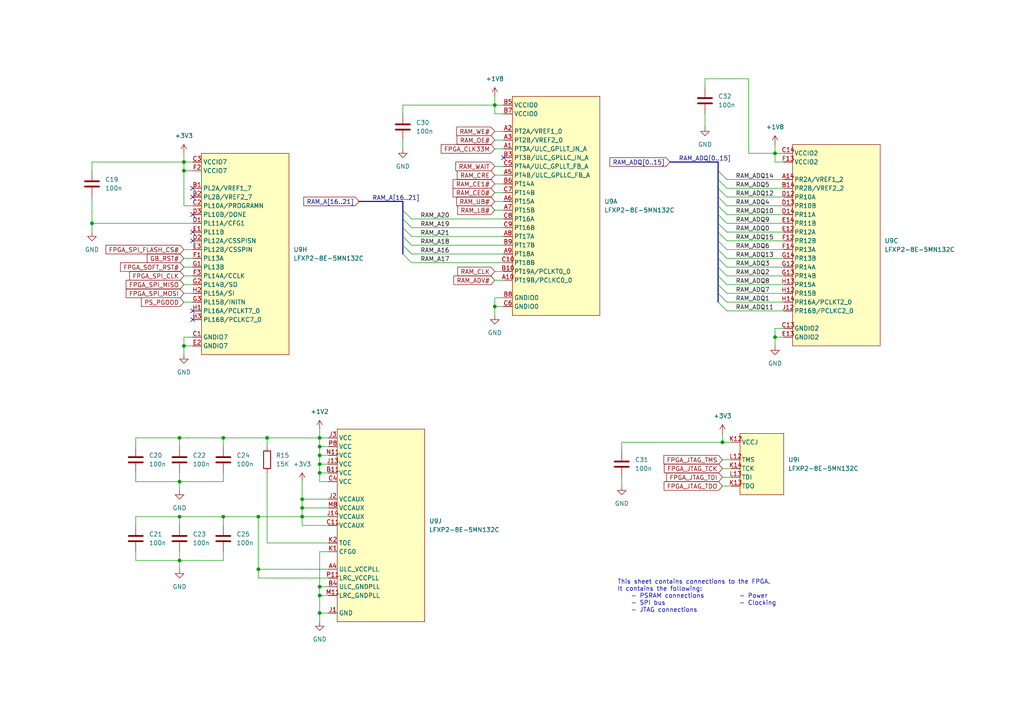
<source format=kicad_sch>
(kicad_sch (version 20211123) (generator eeschema)
  (paper "A4")
  (title_block (title "FPGA connections 0") (company "© Elijah Almeida Coimbra"))
  (lib_symbols
    (symbol "Device:C" (pin_numbers hide) (pin_names (offset 0.254))
      (property "Reference" "C" (at 0.635 2.54 0))
      (property "Value" "C" (at 0.635 -2.54 0))
      (symbol "C_0_1"
        (polyline (pts (xy -2.032 -0.762) (xy 2.032 -0.762)) (stroke (width 0.508)))
        (polyline (pts (xy -2.032 0.762) (xy 2.032 0.762)) (stroke (width 0.508)))
      )
      (symbol "C_1_1"
        (pin passive line (at 0 3.81 270) (length 2.794) (name "~") (number "1"))
        (pin passive line (at 0 -3.81 90) (length 2.794) (name "~") (number "2"))
      )
    )
    (symbol "Device:R" (pin_numbers hide) (pin_names (offset 0))
      (property "Reference" "R" (at 2.032 0 90))
      (property "Value" "R" (at 0 0 90))
      (symbol "R_0_1"
        (rectangle (start -1.016 -2.54) (end 1.016 2.54) (stroke (width 0.254)))
      )
      (symbol "R_1_1"
        (pin passive line (at 0 3.81 270) (length 1.27) (name "~") (number "1"))
        (pin passive line (at 0 -3.81 90) (length 1.27) (name "~") (number "2"))
      )
    )
    (symbol "FPGA_Lattice:LFXP2-8E-5MN132C"
      (property "Reference" "U?" (at 12.7 3.81 0))
      (property "Value" "LFXP2-8E-5MN132C" (at 11.43 1.27 0))
      (symbol "LFXP2-8E-5MN132C_1_1"
        (rectangle (start 0 0) (end 25.4 -63.5) (fill (type background)))
        (pin bidirectional line (at -2.54 -15.24 0) (length 2.54) (name "PT3A/ULC_GPLLT_IN_A") (number "A1"))
        (pin bidirectional line (at -2.54 -53.34 0) (length 2.54) (name "PT19B/PCLKC0_0") (number "A10"))
        (pin bidirectional line (at -2.54 -10.16 0) (length 2.54) (name "PT2A/VREF1_0") (number "A2"))
        (pin bidirectional line (at -2.54 -12.7 0) (length 2.54) (name "PT2B/VREF2_0") (number "A3"))
        (pin bidirectional line (at -2.54 -22.86 0) (length 2.54) (name "PT4B/ULC_GPLLC_FB_A") (number "A5"))
        (pin bidirectional line (at -2.54 -30.48 0) (length 2.54) (name "PT15A") (number "A6"))
        (pin bidirectional line (at -2.54 -33.02 0) (length 2.54) (name "PT15B") (number "A7"))
        (pin bidirectional line (at -2.54 -40.64 0) (length 2.54) (name "PT17A") (number "A8"))
        (pin bidirectional line (at -2.54 -45.72 0) (length 2.54) (name "PT18A") (number "A9"))
        (pin bidirectional line (at -2.54 -50.8 0) (length 2.54) (name "PT19A/PCLKT0_0") (number "B10"))
        (pin bidirectional line (at -2.54 -17.78 0) (length 2.54) (name "PT3B/ULC_GPLLC_IN_A") (number "B3"))
        (pin power_in line (at -2.54 -2.54 0) (length 2.54) (name "VCCIO0") (number "B5"))
        (pin bidirectional line (at -2.54 -25.4 0) (length 2.54) (name "PT14A") (number "B6"))
        (pin power_in line (at -2.54 -5.08 0) (length 2.54) (name "VCCIO0") (number "B7"))
        (pin power_in line (at -2.54 -58.42 0) (length 2.54) (name "GNDIO0") (number "B8"))
        (pin bidirectional line (at -2.54 -43.18 0) (length 2.54) (name "PT17B") (number "B9"))
        (pin bidirectional line (at -2.54 -48.26 0) (length 2.54) (name "PT18B") (number "C10"))
        (pin bidirectional line (at -2.54 -20.32 0) (length 2.54) (name "PT4A/ULC_GPLLT_FB_A") (number "C5"))
        (pin power_in line (at -2.54 -60.96 0) (length 2.54) (name "GNDIO0") (number "C6"))
        (pin bidirectional line (at -2.54 -27.94 0) (length 2.54) (name "PT14B") (number "C7"))
        (pin bidirectional line (at -2.54 -35.56 0) (length 2.54) (name "PT16A") (number "C8"))
        (pin bidirectional line (at -2.54 -38.1 0) (length 2.54) (name "PT16B") (number "C9"))
      )
      (symbol "LFXP2-8E-5MN132C_2_1"
        (rectangle (start 0 0) (end 25.4 -22.86) (fill (type background)))
        (pin bidirectional line (at -2.54 -7.62 0) (length 2.54) (name "PT20A") (number "A11"))
        (pin power_in line (at -2.54 -2.54 0) (length 2.54) (name "VCCIO1") (number "A12"))
        (pin bidirectional line (at -2.54 -15.24 0) (length 2.54) (name "PT32B/VREF2_1") (number "A13"))
        (pin bidirectional line (at -2.54 -10.16 0) (length 2.54) (name "PT20B") (number "B12"))
        (pin bidirectional line (at -2.54 -12.7 0) (length 2.54) (name "PT32A/VREF1_1") (number "B13"))
        (pin power_in line (at -2.54 -20.32 0) (length 2.54) (name "GNDIO1") (number "C12"))
      )
      (symbol "LFXP2-8E-5MN132C_3_1"
        (rectangle (start 0 0) (end 25.4 -58.42) (fill (type background)))
        (pin bidirectional line (at -2.54 -10.16 0) (length 2.54) (name "PR2A/VREF1_2") (number "A14"))
        (pin bidirectional line (at -2.54 -12.7 0) (length 2.54) (name "PR2B/VREF2_2") (number "B14"))
        (pin power_in line (at -2.54 -53.34 0) (length 2.54) (name "GNDIO2") (number "C13"))
        (pin power_in line (at -2.54 -2.54 0) (length 2.54) (name "VCCIO2") (number "C14"))
        (pin bidirectional line (at -2.54 -15.24 0) (length 2.54) (name "PR10A") (number "D12"))
        (pin bidirectional line (at -2.54 -17.78 0) (length 2.54) (name "PR10B") (number "D13"))
        (pin bidirectional line (at -2.54 -20.32 0) (length 2.54) (name "PR11A") (number "D14"))
        (pin bidirectional line (at -2.54 -25.4 0) (length 2.54) (name "PR12A") (number "E12"))
        (pin power_in line (at -2.54 -55.88 0) (length 2.54) (name "GNDIO2") (number "E13"))
        (pin bidirectional line (at -2.54 -22.86 0) (length 2.54) (name "PR11B") (number "E14"))
        (pin bidirectional line (at -2.54 -27.94 0) (length 2.54) (name "PR12B") (number "F12"))
        (pin power_in line (at -2.54 -5.08 0) (length 2.54) (name "VCCIO2") (number "F13"))
        (pin bidirectional line (at -2.54 -30.48 0) (length 2.54) (name "PR13A") (number "F14"))
        (pin bidirectional line (at -2.54 -35.56 0) (length 2.54) (name "PR14A") (number "G12"))
        (pin bidirectional line (at -2.54 -38.1 0) (length 2.54) (name "PR14B") (number "G13"))
        (pin bidirectional line (at -2.54 -33.02 0) (length 2.54) (name "PR13B") (number "G14"))
        (pin bidirectional line (at -2.54 -43.18 0) (length 2.54) (name "PR15B") (number "H12"))
        (pin bidirectional line (at -2.54 -40.64 0) (length 2.54) (name "PR15A") (number "H13"))
        (pin bidirectional line (at -2.54 -45.72 0) (length 2.54) (name "PR16A/PCLKT2_0") (number "H14"))
        (pin bidirectional line (at -2.54 -48.26 0) (length 2.54) (name "PR16B/PCLKC2_0") (number "J12"))
      )
      (symbol "LFXP2-8E-5MN132C_4_1"
        (rectangle (start 0 0) (end 25.4 -22.86) (fill (type background)))
        (pin bidirectional line (at -2.54 -10.16 0) (length 2.54) (name "PR18A/PCLKT3_0") (number "L14"))
        (pin power_in line (at -2.54 -2.54 0) (length 2.54) (name "VCCIO3") (number "M12"))
        (pin bidirectional line (at -2.54 -7.62 0) (length 2.54) (name "PR18B/PCLKC3_0") (number "M13"))
        (pin power_in line (at -2.54 -20.32 0) (length 2.54) (name "GNDIO3") (number "M14"))
        (pin bidirectional line (at -2.54 -15.24 0) (length 2.54) (name "PR30B/VREF2_3") (number "N13"))
        (pin bidirectional line (at -2.54 -12.7 0) (length 2.54) (name "PR30A/VREF1_3") (number "N14"))
      )
      (symbol "LFXP2-8E-5MN132C_5_1"
        (rectangle (start 0 0) (end 25.4 -33.02) (fill (type background)))
        (pin bidirectional line (at -2.54 -15.24 0) (length 2.54) (name "PB30B/LRC_GPLLC_IN_A") (number "M10"))
        (pin power_in line (at -2.54 -2.54 0) (length 2.54) (name "VCCIO4") (number "M9"))
        (pin power_in line (at -2.54 -30.48 0) (length 2.54) (name "GNDIO4") (number "N10"))
        (pin bidirectional line (at -2.54 -22.86 0) (length 2.54) (name "PB32A/VREF1_4") (number "N12"))
        (pin bidirectional line (at -2.54 -10.16 0) (length 2.54) (name "PB20B/PCLKC4_0") (number "N9"))
        (pin bidirectional line (at -2.54 -12.7 0) (length 2.54) (name "PB30A/LRC_GPLLT_IN_A") (number "P10"))
        (pin bidirectional line (at -2.54 -17.78 0) (length 2.54) (name "PB31A/LRC_GPLLT_FB_A") (number "P12"))
        (pin bidirectional line (at -2.54 -20.32 0) (length 2.54) (name "PB31B/LRC_GPLLC_FB_A") (number "P13"))
        (pin bidirectional line (at -2.54 -25.4 0) (length 2.54) (name "PB32B/VREF2_4") (number "P14"))
        (pin bidirectional line (at -2.54 -7.62 0) (length 2.54) (name "PB20A/PCLKT4_0") (number "P9"))
      )
      (symbol "LFXP2-8E-5MN132C_6_1"
        (rectangle (start 0 0) (end 25.4 -53.34) (fill (type background)))
        (pin power_in line (at -2.54 -2.54 0) (length 2.54) (name "VCCIO5") (number "M3"))
        (pin bidirectional line (at -2.54 -22.86 0) (length 2.54) (name "PB15B") (number "M4"))
        (pin bidirectional line (at -2.54 -27.94 0) (length 2.54) (name "PB16B") (number "M5"))
        (pin bidirectional line (at -2.54 -33.02 0) (length 2.54) (name "PB17B") (number "M6"))
        (pin bidirectional line (at -2.54 -38.1 0) (length 2.54) (name "PB18B") (number "M7"))
        (pin bidirectional line (at -2.54 -12.7 0) (length 2.54) (name "PB2B/VREF2_5") (number "N2"))
        (pin bidirectional line (at -2.54 -20.32 0) (length 2.54) (name "PB15A") (number "N3"))
        (pin bidirectional line (at -2.54 -17.78 0) (length 2.54) (name "PB14B") (number "N4"))
        (pin power_in line (at -2.54 -5.08 0) (length 2.54) (name "VCCIO5") (number "N5"))
        (pin power_in line (at -2.54 -50.8 0) (length 2.54) (name "GNDIO5") (number "N6"))
        (pin bidirectional line (at -2.54 -40.64 0) (length 2.54) (name "PB19A/PCLKT5_0") (number "N7"))
        (pin bidirectional line (at -2.54 -43.18 0) (length 2.54) (name "PB19B/PCLKC5_0") (number "N8"))
        (pin bidirectional line (at -2.54 -10.16 0) (length 2.54) (name "PB2A/VREF1_5") (number "P2"))
        (pin power_in line (at -2.54 -48.26 0) (length 2.54) (name "GNDIO5") (number "P3"))
        (pin bidirectional line (at -2.54 -15.24 0) (length 2.54) (name "PB14A") (number "P4"))
        (pin bidirectional line (at -2.54 -25.4 0) (length 2.54) (name "PB16A") (number "P5"))
        (pin bidirectional line (at -2.54 -30.48 0) (length 2.54) (name "PB17A") (number "P6"))
        (pin bidirectional line (at -2.54 -35.56 0) (length 2.54) (name "PB18A") (number "P7"))
      )
      (symbol "LFXP2-8E-5MN132C_7_1"
        (rectangle (start 0 0) (end 25.4 -27.94) (fill (type background)))
        (pin bidirectional line (at -2.54 -12.7 0) (length 2.54) (name "PL19A") (number "K3"))
        (pin bidirectional line (at -2.54 -7.62 0) (length 2.54) (name "PL18A/PCLKT6_0") (number "L1"))
        (pin bidirectional line (at -2.54 -15.24 0) (length 2.54) (name "PL19B") (number "L2"))
        (pin bidirectional line (at -2.54 -10.16 0) (length 2.54) (name "PL18B/PCLKC6_0") (number "L3"))
        (pin power_in line (at -2.54 -2.54 0) (length 2.54) (name "VCCIO6") (number "M1"))
        (pin power_in line (at -2.54 -25.4 0) (length 2.54) (name "GNDIO6") (number "M2"))
        (pin bidirectional line (at -2.54 -17.78 0) (length 2.54) (name "PL32A/VREF1_6") (number "N1"))
        (pin bidirectional line (at -2.54 -20.32 0) (length 2.54) (name "PL32B/VREF2_6") (number "P1"))
      )
      (symbol "LFXP2-8E-5MN132C_8_1"
        (rectangle (start 0 0) (end 25.4 -58.42) (fill (type background)))
        (pin bidirectional line (at -2.54 -10.16 0) (length 2.54) (name "PL2A/VREF1_7") (number "B1"))
        (pin bidirectional line (at -2.54 -12.7 0) (length 2.54) (name "PL2B/VREF2_7") (number "B2"))
        (pin power_in line (at -2.54 -53.34 0) (length 2.54) (name "GNDIO7") (number "C1"))
        (pin bidirectional line (at -2.54 -15.24 0) (length 2.54) (name "PL10A/PROGRAMN") (number "C2"))
        (pin power_in line (at -2.54 -2.54 0) (length 2.54) (name "VCCIO7") (number "C3"))
        (pin bidirectional line (at -2.54 -20.32 0) (length 2.54) (name "PL11A/CFG1") (number "D1"))
        (pin bidirectional line (at -2.54 -25.4 0) (length 2.54) (name "PL12A/CSSPISN") (number "D2"))
        (pin bidirectional line (at -2.54 -17.78 0) (length 2.54) (name "PL10B/DONE") (number "D3"))
        (pin bidirectional line (at -2.54 -22.86 0) (length 2.54) (name "PL11B") (number "E1"))
        (pin power_in line (at -2.54 -55.88 0) (length 2.54) (name "GNDIO7") (number "E2"))
        (pin bidirectional line (at -2.54 -27.94 0) (length 2.54) (name "PL12B/CSSPIN") (number "E3"))
        (pin bidirectional line (at -2.54 -30.48 0) (length 2.54) (name "PL13A") (number "F1"))
        (pin power_in line (at -2.54 -5.08 0) (length 2.54) (name "VCCIO7") (number "F2"))
        (pin bidirectional line (at -2.54 -35.56 0) (length 2.54) (name "PL14A/CCLK") (number "F3"))
        (pin bidirectional line (at -2.54 -33.02 0) (length 2.54) (name "PL13B") (number "G1"))
        (pin bidirectional line (at -2.54 -38.1 0) (length 2.54) (name "PL14B/SO") (number "G2"))
        (pin bidirectional line (at -2.54 -43.18 0) (length 2.54) (name "PL15B/INITN") (number "G3"))
        (pin bidirectional line (at -2.54 -45.72 0) (length 2.54) (name "PL16A/PCLKT7_0") (number "H1"))
        (pin bidirectional line (at -2.54 -40.64 0) (length 2.54) (name "PL15A/SI") (number "H2"))
        (pin bidirectional line (at -2.54 -48.26 0) (length 2.54) (name "PL16B/PCLKC7_0") (number "H3"))
      )
      (symbol "LFXP2-8E-5MN132C_9_1"
        (rectangle (start 0 0) (end 12.7 -17.78) (fill (type background)))
        (pin bidirectional line (at -2.54 -2.54 0) (length 2.54) (name "VCCJ") (number "K12"))
        (pin bidirectional line (at -2.54 -15.24 0) (length 2.54) (name "TDO") (number "K13"))
        (pin bidirectional line (at -2.54 -10.16 0) (length 2.54) (name "TCK") (number "K14"))
        (pin bidirectional line (at -2.54 -7.62 0) (length 2.54) (name "TMS") (number "L12"))
        (pin bidirectional line (at -2.54 -12.7 0) (length 2.54) (name "TDI") (number "L13"))
      )
      (symbol "LFXP2-8E-5MN132C_10_1"
        (rectangle (start 0 0) (end 25.4 -55.88) (fill (type background)))
        (pin power_in line (at -2.54 -40.64 0) (length 2.54) (name "ULC_VCCPLL") (number "A4"))
        (pin power_in line (at -2.54 -12.7 0) (length 2.54) (name "VCC") (number "B11"))
        (pin power_in line (at -2.54 -45.72 0) (length 2.54) (name "ULC_GNDPLL") (number "B4"))
        (pin power_in line (at -2.54 -27.94 0) (length 2.54) (name "VCCAUX") (number "C11"))
        (pin power_in line (at -2.54 -15.24 0) (length 2.54) (name "VCC") (number "C4"))
        (pin power_in line (at -2.54 -53.34 0) (length 2.54) (name "GND") (number "J1"))
        (pin power_in line (at -2.54 -10.16 0) (length 2.54) (name "VCC") (number "J13"))
        (pin power_in line (at -2.54 -25.4 0) (length 2.54) (name "VCCAUX") (number "J14"))
        (pin power_in line (at -2.54 -20.32 0) (length 2.54) (name "VCCAUX") (number "J2"))
        (pin power_in line (at -2.54 -2.54 0) (length 2.54) (name "VCC") (number "J3"))
        (pin input line (at -2.54 -35.56 0) (length 2.54) (name "CFG0") (number "K1"))
        (pin input line (at -2.54 -33.02 0) (length 2.54) (name "TOE") (number "K2"))
        (pin power_in line (at -2.54 -48.26 0) (length 2.54) (name "LRC_GNDPLL") (number "M11"))
        (pin power_in line (at -2.54 -22.86 0) (length 2.54) (name "VCCAUX") (number "M8"))
        (pin power_in line (at -2.54 -7.62 0) (length 2.54) (name "VCC") (number "N11"))
        (pin power_in line (at -2.54 -43.18 0) (length 2.54) (name "LRC_VCCPLL") (number "P11"))
        (pin power_in line (at -2.54 -5.08 0) (length 2.54) (name "VCC") (number "P8"))
      )
    )
    (symbol "power:+1V2" (power) (pin_names (offset 0))
      (property "Value" "+1V2" (at 0 3.556 0))
      (symbol "+1V2_0_1"
        (polyline (pts (xy -0.762 1.27) (xy 0 2.54)))
        (polyline (pts (xy 0 0) (xy 0 2.54)))
        (polyline (pts (xy 0 2.54) (xy 0.762 1.27)))
      )
      (symbol "+1V2_1_1"
        (pin power_in line (at 0 0 90) (length 0) hide (name "+1V2") (number "1"))
      )
    )
    (symbol "power:+1V8" (power) (pin_names (offset 0))
      (property "Value" "+1V8" (at 0 3.556 0))
      (symbol "+1V8_0_1"
        (polyline (pts (xy -0.762 1.27) (xy 0 2.54)))
        (polyline (pts (xy 0 0) (xy 0 2.54)))
        (polyline (pts (xy 0 2.54) (xy 0.762 1.27)))
      )
      (symbol "+1V8_1_1"
        (pin power_in line (at 0 0 90) (length 0) hide (name "+1V8") (number "1"))
      )
    )
    (symbol "power:+3V3" (power) (pin_names (offset 0))
      (property "Value" "+3V3" (at 0 3.556 0))
      (symbol "+3V3_0_1"
        (polyline (pts (xy -0.762 1.27) (xy 0 2.54)))
        (polyline (pts (xy 0 0) (xy 0 2.54)))
        (polyline (pts (xy 0 2.54) (xy 0.762 1.27)))
      )
      (symbol "+3V3_1_1"
        (pin power_in line (at 0 0 90) (length 0) hide (name "+3V3") (number "1"))
      )
    )
    (symbol "power:GND" (power) (pin_names (offset 0))
      (property "Value" "GND" (at 0 -3.81 0))
      (symbol "GND_0_1"
        (polyline (pts (xy 0 0) (xy 0 -1.27) (xy 1.27 -1.27) (xy 0 -2.54) (xy -1.27 -1.27) (xy 0 -1.27)))
      )
      (symbol "GND_1_1"
        (pin power_in line (at 0 0 270) (length 0) hide (name "GND") (number "1"))
      )
    )
  )
  (junction (at 209.55 128.27))
  (junction (at 53.34 100.33))
  (junction (at 224.79 44.45))
  (junction (at 52.07 127))
  (junction (at 26.67 64.77))
  (junction (at 87.63 147.32))
  (junction (at 52.07 139.7))
  (junction (at 53.34 46.99))
  (junction (at 92.71 129.54))
  (junction (at 92.71 134.62))
  (junction (at 74.93 149.86))
  (junction (at 77.47 127))
  (junction (at 92.71 137.16))
  (junction (at 92.71 127))
  (junction (at 52.07 162.56))
  (junction (at 87.63 149.86))
  (junction (at 74.93 165.1))
  (junction (at 64.77 127))
  (junction (at 92.71 177.8))
  (junction (at 224.79 97.79))
  (junction (at 92.71 170.18))
  (junction (at 143.51 30.48))
  (junction (at 143.51 88.9))
  (junction (at 64.77 149.86))
  (junction (at 87.63 144.78))
  (junction (at 92.71 132.08))
  (junction (at 53.34 49.53))
  (junction (at 52.07 149.86))
  (junction (at 92.71 172.72))
  (no_connect (at 146.05 45.72))
  (no_connect (at 55.88 54.61))
  (no_connect (at 55.88 57.15))
  (no_connect (at 55.88 62.23))
  (no_connect (at 55.88 69.85))
  (no_connect (at 55.88 67.31))
  (no_connect (at 55.88 92.71))
  (no_connect (at 55.88 90.17))
  (bus_entry (at 208.28 77.47) (size 2.54 2.54))
  (bus_entry (at 208.28 74.93) (size 2.54 2.54))
  (bus_entry (at 208.28 80.01) (size 2.54 2.54))
  (bus_entry (at 208.28 57.15) (size 2.54 2.54))
  (bus_entry (at 208.28 62.23) (size 2.54 2.54))
  (bus_entry (at 208.28 82.55) (size 2.54 2.54))
  (bus_entry (at 208.28 64.77) (size 2.54 2.54))
  (bus_entry (at 208.28 67.31) (size 2.54 2.54))
  (bus_entry (at 208.28 54.61) (size 2.54 2.54))
  (bus_entry (at 208.28 59.69) (size 2.54 2.54))
  (bus_entry (at 208.28 52.07) (size 2.54 2.54))
  (bus_entry (at 208.28 49.53) (size 2.54 2.54))
  (bus_entry (at 208.28 72.39) (size 2.54 2.54))
  (bus_entry (at 208.28 69.85) (size 2.54 2.54))
  (bus_entry (at 208.28 85.09) (size 2.54 2.54))
  (bus_entry (at 116.84 60.96) (size 2.54 2.54))
  (bus_entry (at 116.84 63.5) (size 2.54 2.54))
  (bus_entry (at 116.84 66.04) (size 2.54 2.54))
  (bus_entry (at 116.84 73.66) (size 2.54 2.54))
  (bus_entry (at 116.84 71.12) (size 2.54 2.54))
  (bus_entry (at 116.84 68.58) (size 2.54 2.54))
  (bus_entry (at 208.28 87.63) (size 2.54 2.54))
  (bus (pts (xy 208.28 74.93) (xy 208.28 72.39)))
  (wire (pts (xy 53.34 74.93) (xy 55.88 74.93)))
  (wire (pts (xy 26.67 46.99) (xy 53.34 46.99)))
  (wire (pts (xy 52.07 139.7) (xy 52.07 142.24)))
  (wire (pts (xy 87.63 149.86) (xy 87.63 147.32)))
  (wire (pts (xy 92.71 170.18) (xy 95.25 170.18)))
  (bus (pts (xy 208.28 69.85) (xy 208.28 67.31)))
  (wire (pts (xy 53.34 100.33) (xy 55.88 100.33)))
  (bus (pts (xy 208.28 85.09) (xy 208.28 87.63)))
  (wire (pts (xy 52.07 162.56) (xy 52.07 165.1)))
  (wire (pts (xy 39.37 127) (xy 52.07 127)))
  (wire (pts (xy 92.71 137.16) (xy 95.25 137.16)))
  (bus (pts (xy 208.28 77.47) (xy 208.28 74.93)))
  (bus (pts (xy 116.84 66.04) (xy 116.84 63.5)))
  (wire (pts (xy 210.82 77.47) (xy 227.33 77.47)))
  (wire (pts (xy 52.07 137.16) (xy 52.07 139.7)))
  (wire (pts (xy 87.63 147.32) (xy 95.25 147.32)))
  (wire (pts (xy 55.88 59.69) (xy 53.34 59.69)))
  (wire (pts (xy 116.84 33.02) (xy 116.84 30.48)))
  (wire (pts (xy 74.93 165.1) (xy 95.25 165.1)))
  (wire (pts (xy 143.51 86.36) (xy 143.51 88.9)))
  (wire (pts (xy 53.34 77.47) (xy 55.88 77.47)))
  (wire (pts (xy 217.17 22.86) (xy 217.17 44.45)))
  (wire (pts (xy 92.71 170.18) (xy 92.71 172.72)))
  (wire (pts (xy 39.37 129.54) (xy 39.37 127)))
  (wire (pts (xy 92.71 139.7) (xy 92.71 137.16)))
  (wire (pts (xy 210.82 64.77) (xy 227.33 64.77)))
  (wire (pts (xy 209.55 140.97) (xy 212.09 140.97)))
  (wire (pts (xy 52.07 152.4) (xy 52.07 149.86)))
  (wire (pts (xy 143.51 48.26) (xy 146.05 48.26)))
  (wire (pts (xy 92.71 134.62) (xy 92.71 132.08)))
  (wire (pts (xy 95.25 152.4) (xy 87.63 152.4)))
  (wire (pts (xy 210.82 54.61) (xy 227.33 54.61)))
  (wire (pts (xy 224.79 44.45) (xy 227.33 44.45)))
  (wire (pts (xy 146.05 33.02) (xy 143.51 33.02)))
  (bus (pts (xy 116.84 68.58) (xy 116.84 66.04)))
  (wire (pts (xy 92.71 137.16) (xy 92.71 134.62)))
  (wire (pts (xy 92.71 132.08) (xy 92.71 129.54)))
  (wire (pts (xy 119.38 66.04) (xy 146.05 66.04)))
  (wire (pts (xy 53.34 49.53) (xy 53.34 46.99)))
  (wire (pts (xy 224.79 97.79) (xy 224.79 100.33)))
  (bus (pts (xy 208.28 62.23) (xy 208.28 59.69)))
  (wire (pts (xy 55.88 49.53) (xy 53.34 49.53)))
  (wire (pts (xy 52.07 149.86) (xy 64.77 149.86)))
  (wire (pts (xy 143.51 60.96) (xy 146.05 60.96)))
  (wire (pts (xy 116.84 30.48) (xy 143.51 30.48)))
  (wire (pts (xy 87.63 144.78) (xy 95.25 144.78)))
  (bus (pts (xy 208.28 57.15) (xy 208.28 54.61)))
  (wire (pts (xy 64.77 127) (xy 77.47 127)))
  (wire (pts (xy 53.34 59.69) (xy 53.34 49.53)))
  (wire (pts (xy 204.47 22.86) (xy 217.17 22.86)))
  (wire (pts (xy 95.25 139.7) (xy 92.71 139.7)))
  (wire (pts (xy 53.34 97.79) (xy 53.34 100.33)))
  (wire (pts (xy 224.79 44.45) (xy 224.79 41.91)))
  (wire (pts (xy 143.51 50.8) (xy 146.05 50.8)))
  (bus (pts (xy 208.28 80.01) (xy 208.28 77.47)))
  (bus (pts (xy 116.84 58.42) (xy 104.14 58.42)))
  (wire (pts (xy 119.38 71.12) (xy 146.05 71.12)))
  (bus (pts (xy 208.28 46.99) (xy 194.31 46.99)))
  (wire (pts (xy 77.47 157.48) (xy 77.47 137.16)))
  (wire (pts (xy 74.93 165.1) (xy 74.93 149.86)))
  (wire (pts (xy 53.34 46.99) (xy 55.88 46.99)))
  (wire (pts (xy 143.51 40.64) (xy 146.05 40.64)))
  (wire (pts (xy 119.38 76.2) (xy 146.05 76.2)))
  (bus (pts (xy 116.84 63.5) (xy 116.84 60.96)))
  (wire (pts (xy 39.37 137.16) (xy 39.37 139.7)))
  (wire (pts (xy 53.34 46.99) (xy 53.34 44.45)))
  (wire (pts (xy 119.38 68.58) (xy 146.05 68.58)))
  (wire (pts (xy 210.82 87.63) (xy 227.33 87.63)))
  (wire (pts (xy 143.51 30.48) (xy 143.51 27.94)))
  (wire (pts (xy 39.37 160.02) (xy 39.37 162.56)))
  (bus (pts (xy 208.28 52.07) (xy 208.28 49.53)))
  (wire (pts (xy 143.51 43.18) (xy 146.05 43.18)))
  (bus (pts (xy 208.28 72.39) (xy 208.28 69.85)))
  (wire (pts (xy 210.82 74.93) (xy 227.33 74.93)))
  (wire (pts (xy 92.71 127) (xy 95.25 127)))
  (wire (pts (xy 146.05 30.48) (xy 143.51 30.48)))
  (wire (pts (xy 53.34 100.33) (xy 53.34 102.87)))
  (bus (pts (xy 208.28 67.31) (xy 208.28 64.77)))
  (wire (pts (xy 95.25 160.02) (xy 92.71 160.02)))
  (wire (pts (xy 180.34 128.27) (xy 209.55 128.27)))
  (bus (pts (xy 116.84 73.66) (xy 116.84 71.12)))
  (wire (pts (xy 92.71 129.54) (xy 95.25 129.54)))
  (wire (pts (xy 92.71 172.72) (xy 92.71 177.8)))
  (wire (pts (xy 95.25 167.64) (xy 74.93 167.64)))
  (wire (pts (xy 52.07 160.02) (xy 52.07 162.56)))
  (wire (pts (xy 212.09 128.27) (xy 209.55 128.27)))
  (wire (pts (xy 210.82 82.55) (xy 227.33 82.55)))
  (wire (pts (xy 180.34 130.81) (xy 180.34 128.27)))
  (wire (pts (xy 53.34 85.09) (xy 55.88 85.09)))
  (wire (pts (xy 209.55 135.89) (xy 212.09 135.89)))
  (wire (pts (xy 64.77 127) (xy 64.77 129.54)))
  (wire (pts (xy 64.77 162.56) (xy 52.07 162.56)))
  (bus (pts (xy 208.28 82.55) (xy 208.28 85.09)))
  (wire (pts (xy 204.47 33.02) (xy 204.47 36.83)))
  (wire (pts (xy 77.47 127) (xy 77.47 129.54)))
  (wire (pts (xy 143.51 88.9) (xy 143.51 91.44)))
  (wire (pts (xy 92.71 127) (xy 92.71 124.46)))
  (wire (pts (xy 143.51 33.02) (xy 143.51 30.48)))
  (wire (pts (xy 180.34 138.43) (xy 180.34 140.97)))
  (wire (pts (xy 210.82 67.31) (xy 227.33 67.31)))
  (wire (pts (xy 55.88 97.79) (xy 53.34 97.79)))
  (wire (pts (xy 87.63 147.32) (xy 87.63 144.78)))
  (wire (pts (xy 143.51 58.42) (xy 146.05 58.42)))
  (wire (pts (xy 143.51 53.34) (xy 146.05 53.34)))
  (wire (pts (xy 210.82 62.23) (xy 227.33 62.23)))
  (wire (pts (xy 210.82 57.15) (xy 227.33 57.15)))
  (wire (pts (xy 39.37 139.7) (xy 52.07 139.7)))
  (wire (pts (xy 143.51 78.74) (xy 146.05 78.74)))
  (wire (pts (xy 52.07 127) (xy 52.07 129.54)))
  (wire (pts (xy 52.07 127) (xy 64.77 127)))
  (wire (pts (xy 39.37 162.56) (xy 52.07 162.56)))
  (wire (pts (xy 53.34 87.63) (xy 55.88 87.63)))
  (wire (pts (xy 64.77 149.86) (xy 74.93 149.86)))
  (wire (pts (xy 92.71 160.02) (xy 92.71 170.18)))
  (wire (pts (xy 92.71 177.8) (xy 92.71 180.34)))
  (bus (pts (xy 116.84 58.42) (xy 116.84 60.96)))
  (wire (pts (xy 74.93 167.64) (xy 74.93 165.1)))
  (bus (pts (xy 208.28 82.55) (xy 208.28 80.01)))
  (wire (pts (xy 53.34 72.39) (xy 55.88 72.39)))
  (wire (pts (xy 204.47 25.4) (xy 204.47 22.86)))
  (wire (pts (xy 210.82 69.85) (xy 227.33 69.85)))
  (wire (pts (xy 119.38 73.66) (xy 146.05 73.66)))
  (bus (pts (xy 208.28 64.77) (xy 208.28 62.23)))
  (wire (pts (xy 26.67 64.77) (xy 55.88 64.77)))
  (wire (pts (xy 52.07 139.7) (xy 64.77 139.7)))
  (wire (pts (xy 209.55 138.43) (xy 212.09 138.43)))
  (wire (pts (xy 77.47 127) (xy 92.71 127)))
  (wire (pts (xy 74.93 149.86) (xy 87.63 149.86)))
  (bus (pts (xy 116.84 71.12) (xy 116.84 68.58)))
  (wire (pts (xy 92.71 172.72) (xy 95.25 172.72)))
  (wire (pts (xy 95.25 157.48) (xy 77.47 157.48)))
  (wire (pts (xy 210.82 59.69) (xy 227.33 59.69)))
  (wire (pts (xy 210.82 85.09) (xy 227.33 85.09)))
  (wire (pts (xy 146.05 88.9) (xy 143.51 88.9)))
  (wire (pts (xy 224.79 95.25) (xy 224.79 97.79)))
  (wire (pts (xy 146.05 86.36) (xy 143.51 86.36)))
  (wire (pts (xy 227.33 97.79) (xy 224.79 97.79)))
  (wire (pts (xy 92.71 177.8) (xy 95.25 177.8)))
  (wire (pts (xy 210.82 52.07) (xy 227.33 52.07)))
  (wire (pts (xy 209.55 128.27) (xy 209.55 125.73)))
  (wire (pts (xy 53.34 80.01) (xy 55.88 80.01)))
  (wire (pts (xy 87.63 144.78) (xy 87.63 139.7)))
  (wire (pts (xy 210.82 90.17) (xy 227.33 90.17)))
  (wire (pts (xy 209.55 133.35) (xy 212.09 133.35)))
  (wire (pts (xy 92.71 134.62) (xy 95.25 134.62)))
  (wire (pts (xy 64.77 137.16) (xy 64.77 139.7)))
  (wire (pts (xy 116.84 40.64) (xy 116.84 43.18)))
  (wire (pts (xy 39.37 149.86) (xy 52.07 149.86)))
  (wire (pts (xy 227.33 95.25) (xy 224.79 95.25)))
  (wire (pts (xy 143.51 38.1) (xy 146.05 38.1)))
  (wire (pts (xy 53.34 82.55) (xy 55.88 82.55)))
  (wire (pts (xy 64.77 149.86) (xy 64.77 152.4)))
  (wire (pts (xy 87.63 149.86) (xy 95.25 149.86)))
  (bus (pts (xy 208.28 59.69) (xy 208.28 57.15)))
  (wire (pts (xy 26.67 67.31) (xy 26.67 64.77)))
  (wire (pts (xy 210.82 80.01) (xy 227.33 80.01)))
  (bus (pts (xy 208.28 54.61) (xy 208.28 52.07)))
  (wire (pts (xy 227.33 46.99) (xy 224.79 46.99)))
  (wire (pts (xy 87.63 152.4) (xy 87.63 149.86)))
  (bus (pts (xy 208.28 49.53) (xy 208.28 46.99)))
  (wire (pts (xy 143.51 81.28) (xy 146.05 81.28)))
  (wire (pts (xy 224.79 46.99) (xy 224.79 44.45)))
  (wire (pts (xy 217.17 44.45) (xy 224.79 44.45)))
  (wire (pts (xy 26.67 57.15) (xy 26.67 64.77)))
  (wire (pts (xy 210.82 72.39) (xy 227.33 72.39)))
  (wire (pts (xy 64.77 160.02) (xy 64.77 162.56)))
  (wire (pts (xy 119.38 63.5) (xy 146.05 63.5)))
  (wire (pts (xy 143.51 55.88) (xy 146.05 55.88)))
  (wire (pts (xy 92.71 132.08) (xy 95.25 132.08)))
  (wire (pts (xy 26.67 46.99) (xy 26.67 49.53)))
  (wire (pts (xy 92.71 129.54) (xy 92.71 127)))
  (wire (pts (xy 39.37 152.4) (xy 39.37 149.86)))
  (text "This sheet contains connections to the FPGA.\nIt contains the following:\n    - PSRAM connections		- Power\n    - SPI bus				- Clocking\n    - JTAG connections" (at 179.07 177.8 0) (effects (font (size 1.27 1.27)) (justify left bottom)))
  (label "RAM_ADQ12" (at 213.36 57.15 0))
  (label "RAM_ADQ5" (at 213.36 54.61 0))
  (label "RAM_ADQ1" (at 213.36 87.63 0))
  (label "RAM_ADQ[0..15]" (at 196.85 46.99 0))
  (label "RAM_ADQ4" (at 213.36 59.69 0))
  (label "RAM_A20" (at 121.92 63.5 0))
  (label "RAM_ADQ14" (at 213.36 52.07 0))
  (label "RAM_A19" (at 121.92 66.04 0))
  (label "RAM_A18" (at 121.92 71.12 0))
  (label "RAM_ADQ7" (at 213.36 85.09 0))
  (label "RAM_ADQ0" (at 213.36 67.31 0))
  (label "RAM_A16" (at 121.92 73.66 0))
  (label "RAM_ADQ9" (at 213.36 64.77 0))
  (label "RAM_ADQ11" (at 213.36 90.17 0))
  (label "RAM_A[16..21]" (at 107.95 58.42 0))
  (label "RAM_ADQ13" (at 213.36 74.93 0))
  (label "RAM_A21" (at 121.92 68.58 0))
  (label "RAM_A17" (at 121.92 76.2 0))
  (label "RAM_ADQ8" (at 213.36 82.55 0))
  (label "RAM_ADQ2" (at 213.36 80.01 0))
  (label "RAM_ADQ15" (at 213.36 69.85 0))
  (label "RAM_ADQ3" (at 213.36 77.47 0))
  (label "RAM_ADQ10" (at 213.36 62.23 0))
  (label "RAM_ADQ6" (at 213.36 72.39 0))
  (global_label "RAM_CRE" (shape input) (at 143.51 50.8 180) (property "Intersheet References" "${INTERSHEET_REFS}" (effects hide)))
  (global_label "RAM_CE1#" (shape input) (at 143.51 53.34 180) (property "Intersheet References" "${INTERSHEET_REFS}" (effects hide)))
  (global_label "RAM_CLK" (shape input) (at 143.51 78.74 180) (property "Intersheet References" "${INTERSHEET_REFS}" (effects hide)))
  (global_label "FPGA_JTAG_TDI" (shape input) (at 209.55 138.43 180) (property "Intersheet References" "${INTERSHEET_REFS}" (effects hide)))
  (global_label "FPGA_JTAG_TMS" (shape input) (at 209.55 133.35 180) (property "Intersheet References" "${INTERSHEET_REFS}" (effects hide)))
  (global_label "FPGA_SPI_MOSI" (shape input) (at 53.34 85.09 180) (property "Intersheet References" "${INTERSHEET_REFS}" (effects hide)))
  (global_label "RAM_CE0#" (shape input) (at 143.51 55.88 180) (property "Intersheet References" "${INTERSHEET_REFS}" (effects hide)))
  (global_label "RAM_WE#" (shape input) (at 143.51 38.1 180) (property "Intersheet References" "${INTERSHEET_REFS}" (effects hide)))
  (global_label "RAM_ADQ[0..15]" (shape input) (at 194.31 46.99 180) (property "Intersheet References" "${INTERSHEET_REFS}" (effects hide)))
  (global_label "FPGA_SOFT_RST#" (shape input) (at 53.34 77.47 180) (property "Intersheet References" "${INTERSHEET_REFS}" (effects hide)))
  (global_label "FPGA_SPI_CLK" (shape input) (at 53.34 80.01 180) (property "Intersheet References" "${INTERSHEET_REFS}" (effects hide)))
  (global_label "RAM_OE#" (shape input) (at 143.51 40.64 180) (property "Intersheet References" "${INTERSHEET_REFS}" (effects hide)))
  (global_label "FPGA_SPI_FLASH_CS#" (shape input) (at 53.34 72.39 180) (property "Intersheet References" "${INTERSHEET_REFS}" (effects hide)))
  (global_label "GB_RST#" (shape input) (at 53.34 74.93 180) (property "Intersheet References" "${INTERSHEET_REFS}" (effects hide)))
  (global_label "FPGA_CLK33M" (shape input) (at 143.51 43.18 180) (property "Intersheet References" "${INTERSHEET_REFS}" (effects hide)))
  (global_label "PS_PGOOD" (shape input) (at 53.34 87.63 180) (property "Intersheet References" "${INTERSHEET_REFS}" (effects hide)))
  (global_label "FPGA_JTAG_TCK" (shape input) (at 209.55 135.89 180) (property "Intersheet References" "${INTERSHEET_REFS}" (effects hide)))
  (global_label "RAM_WAIT" (shape input) (at 143.51 48.26 180) (property "Intersheet References" "${INTERSHEET_REFS}" (effects hide)))
  (global_label "FPGA_JTAG_TDO" (shape input) (at 209.55 140.97 180) (property "Intersheet References" "${INTERSHEET_REFS}" (effects hide)))
  (global_label "RAM_LB#" (shape input) (at 143.51 60.96 180) (property "Intersheet References" "${INTERSHEET_REFS}" (effects hide)))
  (global_label "RAM_A[16..21]" (shape input) (at 104.14 58.42 180) (property "Intersheet References" "${INTERSHEET_REFS}" (effects hide)))
  (global_label "RAM_ADV#" (shape input) (at 143.51 81.28 180) (property "Intersheet References" "${INTERSHEET_REFS}" (effects hide)))
  (global_label "RAM_UB#" (shape input) (at 143.51 58.42 180) (property "Intersheet References" "${INTERSHEET_REFS}" (effects hide)))
  (global_label "FPGA_SPI_MISO" (shape input) (at 53.34 82.55 180) (property "Intersheet References" "${INTERSHEET_REFS}" (effects hide)))
  (symbol (lib_id "Device:C") (at 204.47 29.21 0) (unit 1)
    (property "Reference" "C32" (at 208.28 27.9399 0) (effects (justify left)))
    (property "Value" "100n" (at 208.28 30.4799 0) (effects (justify left)))
    (property "Footprint" "Capacitor_SMD:C_0402_1005Metric_Pad0.74x0.62mm_HandSolder" (effects hide))
    (property "Critical" "N" (effects hide))
    (property "Notes" "Bypass capacitor for PWR/GND coupling." (effects hide))
    (property "Source" "ANY" (effects hide))
  )
  (symbol (lib_id "power:GND") (at 53.34 102.87 0) (unit 1)
    (property "Reference" "#PWR061" (effects hide))
    (property "Value" "GND" (at 53.34 107.95 0))
  )
  (symbol (lib_id "power:+3V3") (at 53.34 44.45 0) (unit 1)
    (property "Reference" "#PWR060" (effects hide))
    (property "Value" "+3V3" (at 53.34 39.37 0))
  )
  (symbol (lib_id "power:GND") (at 52.07 142.24 0) (unit 1)
    (property "Reference" "#PWR058" (effects hide))
    (property "Value" "GND" (at 52.07 147.32 0))
  )
  (symbol (lib_id "power:GND") (at 143.51 91.44 0) (unit 1)
    (property "Reference" "#PWR067" (effects hide))
    (property "Value" "GND" (at 143.51 96.52 0))
  )
  (symbol (lib_id "power:+3V3") (at 209.55 125.73 0) (unit 1)
    (property "Reference" "#PWR070" (effects hide))
    (property "Value" "+3V3" (at 209.55 120.65 0))
  )
  (symbol (lib_id "power:+3V3") (at 87.63 139.7 0) (unit 1)
    (property "Reference" "#PWR062" (effects hide))
    (property "Value" "+3V3" (at 87.63 134.62 0))
  )
  (symbol (lib_id "FPGA_Lattice:LFXP2-8E-5MN132C") (at 97.79 124.46 0) (unit 10)
    (property "Reference" "U9" (at 124.46 151.1299 0) (effects (justify left)))
    (property "Value" "LFXP2-8E-5MN132C" (at 124.46 153.6699 0) (effects (justify left)))
    (property "Footprint" "SamacSys_Parts:BGA132C50P14X14_800X800X135" (effects hide))
    (property "Datasheet" "https://www.latticesemi.com/view_document?document_id=24635" (effects hide))
    (property "Critical" "Y" (effects hide))
    (property "Description" "FPGA - Field Programmable Gate Array 8K LUTs 86I/O Inst- on DSP 1.2V -5 Spd" (effects hide))
    (property "MFN" "Lattice" (effects hide))
    (property "MFP" "LFXP2-8E-5MN132C" (effects hide))
    (property "Notes" "FPGA used for the bulk of the cartridge's functions (MBC emulation, SPI bridge, MMU functions, etc.)." (effects hide))
    (property "Package ID" "CSBGA-132" (effects hide))
    (property "Source" "SPEC" (effects hide))
  )
  (symbol (lib_id "FPGA_Lattice:LFXP2-8E-5MN132C") (at 58.42 44.45 0) (unit 8)
    (property "Reference" "U9" (at 85.09 72.3899 0) (effects (justify left)))
    (property "Value" "LFXP2-8E-5MN132C" (at 85.09 74.9299 0) (effects (justify left)))
    (property "Footprint" "SamacSys_Parts:BGA132C50P14X14_800X800X135" (effects hide))
    (property "Datasheet" "https://www.latticesemi.com/view_document?document_id=24635" (effects hide))
    (property "Critical" "Y" (effects hide))
    (property "Description" "FPGA - Field Programmable Gate Array 8K LUTs 86I/O Inst- on DSP 1.2V -5 Spd" (effects hide))
    (property "MFN" "Lattice" (effects hide))
    (property "MFP" "LFXP2-8E-5MN132C" (effects hide))
    (property "Notes" "FPGA used for the bulk of the cartridge's functions (MBC emulation, SPI bridge, MMU functions, etc.)." (effects hide))
    (property "Package ID" "CSBGA-132" (effects hide))
    (property "Source" "SPEC" (effects hide))
  )
  (symbol (lib_id "power:GND") (at 92.71 180.34 0) (unit 1)
    (property "Reference" "#PWR064" (effects hide))
    (property "Value" "GND" (at 92.71 185.42 0))
  )
  (symbol (lib_id "FPGA_Lattice:LFXP2-8E-5MN132C") (at 148.59 27.94 0) (unit 1)
    (property "Reference" "U9" (at 175.26 58.4199 0) (effects (justify left)))
    (property "Value" "LFXP2-8E-5MN132C" (at 175.26 60.9599 0) (effects (justify left)))
    (property "Footprint" "SamacSys_Parts:BGA132C50P14X14_800X800X135" (effects hide))
    (property "Datasheet" "https://www.latticesemi.com/view_document?document_id=24635" (effects hide))
    (property "Critical" "Y" (effects hide))
    (property "Description" "FPGA - Field Programmable Gate Array 8K LUTs 86I/O Inst- on DSP 1.2V -5 Spd" (effects hide))
    (property "MFN" "Lattice" (effects hide))
    (property "MFP" "LFXP2-8E-5MN132C" (effects hide))
    (property "Notes" "FPGA used for the bulk of the cartridge's functions (MBC emulation, SPI bridge, MMU functions, etc.)." (effects hide))
    (property "Package ID" "CSBGA-132" (effects hide))
    (property "Source" "SPEC" (effects hide))
  )
  (symbol (lib_id "power:+1V8") (at 224.79 41.91 0) (unit 1)
    (property "Reference" "#PWR071" (effects hide))
    (property "Value" "+1V8" (at 224.79 36.83 0))
  )
  (symbol (lib_id "power:GND") (at 224.79 100.33 0) (unit 1)
    (property "Reference" "#PWR072" (effects hide))
    (property "Value" "GND" (at 224.79 105.41 0))
  )
  (symbol (lib_id "Device:C") (at 39.37 156.21 0) (unit 1)
    (property "Reference" "C21" (at 43.18 154.9399 0) (effects (justify left)))
    (property "Value" "100n" (at 43.18 157.4799 0) (effects (justify left)))
    (property "Footprint" "Capacitor_SMD:C_0402_1005Metric_Pad0.74x0.62mm_HandSolder" (effects hide))
    (property "Critical" "N" (effects hide))
    (property "Notes" "Bypass capacitor for PWR/GND coupling." (effects hide))
    (property "Source" "ANY" (effects hide))
  )
  (symbol (lib_id "power:+1V8") (at 143.51 27.94 0) (unit 1)
    (property "Reference" "#PWR066" (effects hide))
    (property "Value" "+1V8" (at 143.51 22.86 0))
  )
  (symbol (lib_id "Device:C") (at 116.84 36.83 0) (unit 1)
    (property "Reference" "C30" (at 120.65 35.5599 0) (effects (justify left)))
    (property "Value" "100n" (at 120.65 38.0999 0) (effects (justify left)))
    (property "Footprint" "Capacitor_SMD:C_0402_1005Metric_Pad0.74x0.62mm_HandSolder" (effects hide))
    (property "Critical" "N" (effects hide))
    (property "Notes" "Bypass capacitor for PWR/GND coupling." (effects hide))
    (property "Source" "ANY" (effects hide))
  )
  (symbol (lib_id "Device:R") (at 77.47 133.35 0) (unit 1)
    (property "Reference" "R15" (at 80.01 132.0799 0) (effects (justify left)))
    (property "Value" "15K" (at 80.01 134.6199 0) (effects (justify left)))
    (property "Footprint" "Resistor_SMD:R_0402_1005Metric_Pad0.72x0.64mm_HandSolder" (effects hide))
    (property "Tolerance" "10%" (effects hide))
    (property "Source" "ANY" (effects hide))
    (property "Critical" "Y" (effects hide))
  )
  (symbol (lib_id "power:GND") (at 26.67 67.31 0) (unit 1)
    (property "Reference" "#PWR057" (effects hide))
    (property "Value" "GND" (at 26.67 72.39 0))
  )
  (symbol (lib_id "power:GND") (at 204.47 36.83 0) (unit 1)
    (property "Reference" "#PWR069" (effects hide))
    (property "Value" "GND" (at 204.47 41.91 0))
  )
  (symbol (lib_id "Device:C") (at 180.34 134.62 0) (unit 1)
    (property "Reference" "C31" (at 184.15 133.3499 0) (effects (justify left)))
    (property "Value" "100n" (at 184.15 135.8899 0) (effects (justify left)))
    (property "Footprint" "Capacitor_SMD:C_0402_1005Metric_Pad0.74x0.62mm_HandSolder" (effects hide))
    (property "Critical" "N" (effects hide))
    (property "Notes" "Bypass capacitor for PWR/GND coupling." (effects hide))
    (property "Source" "ANY" (effects hide))
  )
  (symbol (lib_id "Device:C") (at 64.77 133.35 0) (unit 1)
    (property "Reference" "C24" (at 68.58 132.0799 0) (effects (justify left)))
    (property "Value" "100n" (at 68.58 134.6199 0) (effects (justify left)))
    (property "Footprint" "Capacitor_SMD:C_0402_1005Metric_Pad0.74x0.62mm_HandSolder" (effects hide))
    (property "Critical" "N" (effects hide))
    (property "Notes" "Bypass capacitor for PWR/GND coupling." (effects hide))
    (property "Source" "ANY" (effects hide))
  )
  (symbol (lib_id "power:GND") (at 180.34 140.97 0) (unit 1)
    (property "Reference" "#PWR068" (effects hide))
    (property "Value" "GND" (at 180.34 146.05 0))
  )
  (symbol (lib_id "power:+1V2") (at 92.71 124.46 0) (unit 1)
    (property "Reference" "#PWR063" (effects hide))
    (property "Value" "+1V2" (at 92.71 119.38 0))
  )
  (symbol (lib_id "FPGA_Lattice:LFXP2-8E-5MN132C") (at 214.63 125.73 0) (unit 9)
    (property "Reference" "U9" (at 228.6 133.3499 0) (effects (justify left)))
    (property "Value" "LFXP2-8E-5MN132C" (at 228.6 135.8899 0) (effects (justify left)))
    (property "Footprint" "SamacSys_Parts:BGA132C50P14X14_800X800X135" (effects hide))
    (property "Datasheet" "https://www.latticesemi.com/view_document?document_id=24635" (effects hide))
    (property "Critical" "Y" (effects hide))
    (property "Description" "FPGA - Field Programmable Gate Array 8K LUTs 86I/O Inst- on DSP 1.2V -5 Spd" (effects hide))
    (property "MFN" "Lattice" (effects hide))
    (property "MFP" "LFXP2-8E-5MN132C" (effects hide))
    (property "Notes" "FPGA used for the bulk of the cartridge's functions (MBC emulation, SPI bridge, MMU functions, etc.)." (effects hide))
    (property "Package ID" "CSBGA-132" (effects hide))
    (property "Source" "SPEC" (effects hide))
  )
  (symbol (lib_id "Device:C") (at 52.07 133.35 0) (unit 1)
    (property "Reference" "C22" (at 55.88 132.0799 0) (effects (justify left)))
    (property "Value" "100n" (at 55.88 134.6199 0) (effects (justify left)))
    (property "Footprint" "Capacitor_SMD:C_0402_1005Metric_Pad0.74x0.62mm_HandSolder" (effects hide))
    (property "Critical" "N" (effects hide))
    (property "Notes" "Bypass capacitor for PWR/GND coupling." (effects hide))
    (property "Source" "ANY" (effects hide))
  )
  (symbol (lib_id "Device:C") (at 26.67 53.34 0) (unit 1)
    (property "Reference" "C19" (at 30.48 52.0699 0) (effects (justify left)))
    (property "Value" "100n" (at 30.48 54.6099 0) (effects (justify left)))
    (property "Footprint" "Capacitor_SMD:C_0402_1005Metric_Pad0.74x0.62mm_HandSolder" (effects hide))
    (property "Critical" "N" (effects hide))
    (property "Notes" "Bypass capacitor for PWR/GND coupling." (effects hide))
    (property "Source" "ANY" (effects hide))
  )
  (symbol (lib_id "power:GND") (at 116.84 43.18 0) (unit 1)
    (property "Reference" "#PWR065" (effects hide))
    (property "Value" "GND" (at 116.84 48.26 0))
  )
  (symbol (lib_id "Device:C") (at 39.37 133.35 0) (unit 1)
    (property "Reference" "C20" (at 43.18 132.0799 0) (effects (justify left)))
    (property "Value" "100n" (at 43.18 134.6199 0) (effects (justify left)))
    (property "Footprint" "Capacitor_SMD:C_0402_1005Metric_Pad0.74x0.62mm_HandSolder" (effects hide))
    (property "Critical" "N" (effects hide))
    (property "Notes" "Bypass capacitor for PWR/GND coupling." (effects hide))
    (property "Source" "ANY" (effects hide))
  )
  (symbol (lib_id "FPGA_Lattice:LFXP2-8E-5MN132C") (at 229.87 41.91 0) (unit 3)
    (property "Reference" "U9" (at 256.54 69.8499 0) (effects (justify left)))
    (property "Value" "LFXP2-8E-5MN132C" (at 256.54 72.3899 0) (effects (justify left)))
    (property "Footprint" "SamacSys_Parts:BGA132C50P14X14_800X800X135" (effects hide))
    (property "Datasheet" "https://www.latticesemi.com/view_document?document_id=24635" (effects hide))
    (property "Critical" "Y" (effects hide))
    (property "Description" "FPGA - Field Programmable Gate Array 8K LUTs 86I/O Inst- on DSP 1.2V -5 Spd" (effects hide))
    (property "MFN" "Lattice" (effects hide))
    (property "MFP" "LFXP2-8E-5MN132C" (effects hide))
    (property "Notes" "FPGA used for the bulk of the cartridge's functions (MBC emulation, SPI bridge, MMU functions, etc.)." (effects hide))
    (property "Package ID" "CSBGA-132" (effects hide))
    (property "Source" "SPEC" (effects hide))
  )
  (symbol (lib_id "Device:C") (at 52.07 156.21 0) (unit 1)
    (property "Reference" "C23" (at 55.88 154.9399 0) (effects (justify left)))
    (property "Value" "100n" (at 55.88 157.4799 0) (effects (justify left)))
    (property "Footprint" "Capacitor_SMD:C_0402_1005Metric_Pad0.74x0.62mm_HandSolder" (effects hide))
    (property "Critical" "N" (effects hide))
    (property "Notes" "Bypass capacitor for PWR/GND coupling." (effects hide))
    (property "Source" "ANY" (effects hide))
  )
  (symbol (lib_id "Device:C") (at 64.77 156.21 0) (unit 1)
    (property "Reference" "C25" (at 68.58 154.9399 0) (effects (justify left)))
    (property "Value" "100n" (at 68.58 157.4799 0) (effects (justify left)))
    (property "Footprint" "Capacitor_SMD:C_0402_1005Metric_Pad0.74x0.62mm_HandSolder" (effects hide))
    (property "Critical" "N" (effects hide))
    (property "Notes" "Bypass capacitor for PWR/GND coupling." (effects hide))
    (property "Source" "ANY" (effects hide))
  )
  (symbol (lib_id "power:GND") (at 52.07 165.1 0) (unit 1)
    (property "Reference" "#PWR059" (effects hide))
    (property "Value" "GND" (at 52.07 170.18 0))
  )
)
</source>
